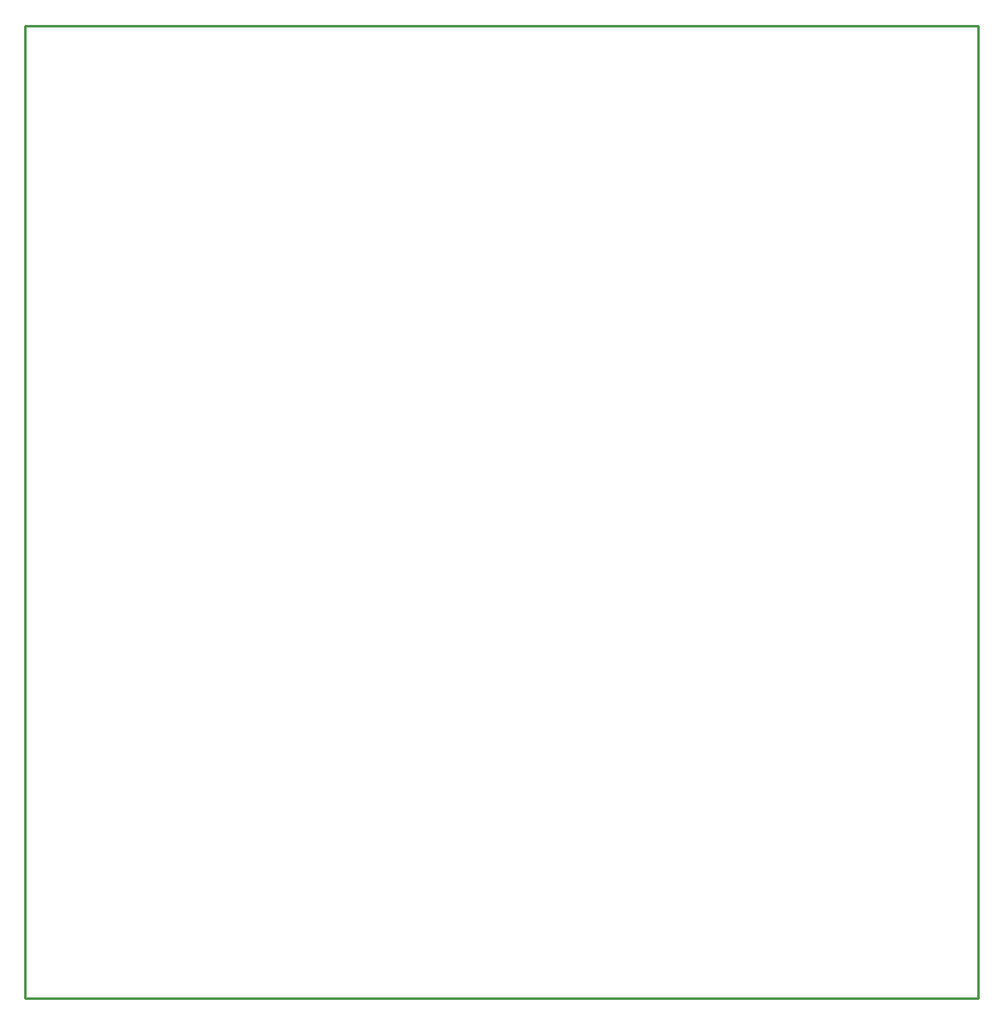
<source format=gm1>
G04*
G04 #@! TF.GenerationSoftware,Altium Limited,Altium Designer,20.0.1 (14)*
G04*
G04 Layer_Color=16711935*
%FSLAX44Y44*%
%MOMM*%
G71*
G01*
G75*
%ADD10C,0.2540*%
D10*
X370000Y140000D02*
Y1130000D01*
X370000Y140000D02*
X1340000D01*
X370000Y1130000D02*
X1340000D01*
X1340000Y140000D02*
Y1130000D01*
M02*

</source>
